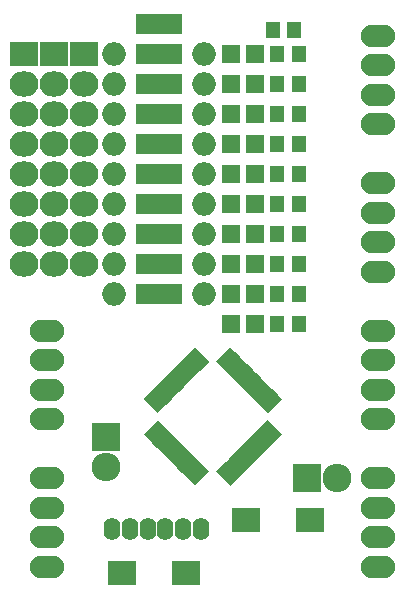
<source format=gbr>
G04 #@! TF.FileFunction,Soldermask,Top*
%FSLAX46Y46*%
G04 Gerber Fmt 4.6, Leading zero omitted, Abs format (unit mm)*
G04 Created by KiCad (PCBNEW 4.0.5) date 03/15/17 13:23:36*
%MOMM*%
%LPD*%
G01*
G04 APERTURE LIST*
%ADD10C,0.100000*%
%ADD11O,2.000000X2.000000*%
%ADD12O,2.900000X1.900000*%
%ADD13R,1.598880X1.598880*%
%ADD14R,1.200000X1.400000*%
%ADD15R,2.400000X2.000000*%
%ADD16O,1.400000X1.924000*%
%ADD17R,2.432000X2.432000*%
%ADD18O,2.432000X2.432000*%
%ADD19R,1.365200X1.670000*%
%ADD20R,2.432000X2.127200*%
%ADD21O,2.432000X2.127200*%
G04 APERTURE END LIST*
D10*
D11*
X16764000Y-4064000D03*
X16764000Y-6604000D03*
X16764000Y-9144000D03*
X16764000Y-11684000D03*
X16764000Y-14224000D03*
X16764000Y-16764000D03*
X16764000Y-19304000D03*
X16764000Y-21844000D03*
X16764000Y-24384000D03*
X9144000Y-24384000D03*
X9144000Y-21844000D03*
X9144000Y-19304000D03*
X9144000Y-16764000D03*
X9144000Y-14224000D03*
X9144000Y-11684000D03*
X9144000Y-9144000D03*
X9144000Y-6604000D03*
X9144000Y-4064000D03*
D12*
X31500000Y-27500000D03*
X31500000Y-30000000D03*
X31500000Y-32500000D03*
X31500000Y-35000000D03*
X3500000Y-47500000D03*
X3500000Y-45000000D03*
X3500000Y-42500000D03*
X3500000Y-40000000D03*
D13*
X21115020Y-24384000D03*
X19016980Y-24384000D03*
X21115020Y-26924000D03*
X19016980Y-26924000D03*
D14*
X22976000Y-24384000D03*
X24776000Y-24384000D03*
X22976000Y-26924000D03*
X24776000Y-26924000D03*
D15*
X9800000Y-48000000D03*
X15200000Y-48000000D03*
D10*
G36*
X19462221Y-40141689D02*
X19002602Y-40601308D01*
X17800521Y-39399227D01*
X18260140Y-38939608D01*
X19462221Y-40141689D01*
X19462221Y-40141689D01*
G37*
G36*
X19815774Y-39788136D02*
X19356155Y-40247755D01*
X18154074Y-39045674D01*
X18613693Y-38586055D01*
X19815774Y-39788136D01*
X19815774Y-39788136D01*
G37*
G36*
X20169328Y-39434582D02*
X19709709Y-39894201D01*
X18507628Y-38692120D01*
X18967247Y-38232501D01*
X20169328Y-39434582D01*
X20169328Y-39434582D01*
G37*
G36*
X20522881Y-39081029D02*
X20063262Y-39540648D01*
X18861181Y-38338567D01*
X19320800Y-37878948D01*
X20522881Y-39081029D01*
X20522881Y-39081029D01*
G37*
G36*
X20876434Y-38727476D02*
X20416815Y-39187095D01*
X19214734Y-37985014D01*
X19674353Y-37525395D01*
X20876434Y-38727476D01*
X20876434Y-38727476D01*
G37*
G36*
X21229988Y-38373922D02*
X20770369Y-38833541D01*
X19568288Y-37631460D01*
X20027907Y-37171841D01*
X21229988Y-38373922D01*
X21229988Y-38373922D01*
G37*
G36*
X21583541Y-38020369D02*
X21123922Y-38479988D01*
X19921841Y-37277907D01*
X20381460Y-36818288D01*
X21583541Y-38020369D01*
X21583541Y-38020369D01*
G37*
G36*
X21937095Y-37666815D02*
X21477476Y-38126434D01*
X20275395Y-36924353D01*
X20735014Y-36464734D01*
X21937095Y-37666815D01*
X21937095Y-37666815D01*
G37*
G36*
X22290648Y-37313262D02*
X21831029Y-37772881D01*
X20628948Y-36570800D01*
X21088567Y-36111181D01*
X22290648Y-37313262D01*
X22290648Y-37313262D01*
G37*
G36*
X22644201Y-36959709D02*
X22184582Y-37419328D01*
X20982501Y-36217247D01*
X21442120Y-35757628D01*
X22644201Y-36959709D01*
X22644201Y-36959709D01*
G37*
G36*
X22997755Y-36606155D02*
X22538136Y-37065774D01*
X21336055Y-35863693D01*
X21795674Y-35404074D01*
X22997755Y-36606155D01*
X22997755Y-36606155D01*
G37*
G36*
X23351308Y-36252602D02*
X22891689Y-36712221D01*
X21689608Y-35510140D01*
X22149227Y-35050521D01*
X23351308Y-36252602D01*
X23351308Y-36252602D01*
G37*
G36*
X22891689Y-32787779D02*
X23351308Y-33247398D01*
X22149227Y-34449479D01*
X21689608Y-33989860D01*
X22891689Y-32787779D01*
X22891689Y-32787779D01*
G37*
G36*
X22538136Y-32434226D02*
X22997755Y-32893845D01*
X21795674Y-34095926D01*
X21336055Y-33636307D01*
X22538136Y-32434226D01*
X22538136Y-32434226D01*
G37*
G36*
X22184582Y-32080672D02*
X22644201Y-32540291D01*
X21442120Y-33742372D01*
X20982501Y-33282753D01*
X22184582Y-32080672D01*
X22184582Y-32080672D01*
G37*
G36*
X21831029Y-31727119D02*
X22290648Y-32186738D01*
X21088567Y-33388819D01*
X20628948Y-32929200D01*
X21831029Y-31727119D01*
X21831029Y-31727119D01*
G37*
G36*
X21477476Y-31373566D02*
X21937095Y-31833185D01*
X20735014Y-33035266D01*
X20275395Y-32575647D01*
X21477476Y-31373566D01*
X21477476Y-31373566D01*
G37*
G36*
X21123922Y-31020012D02*
X21583541Y-31479631D01*
X20381460Y-32681712D01*
X19921841Y-32222093D01*
X21123922Y-31020012D01*
X21123922Y-31020012D01*
G37*
G36*
X20770369Y-30666459D02*
X21229988Y-31126078D01*
X20027907Y-32328159D01*
X19568288Y-31868540D01*
X20770369Y-30666459D01*
X20770369Y-30666459D01*
G37*
G36*
X20416815Y-30312905D02*
X20876434Y-30772524D01*
X19674353Y-31974605D01*
X19214734Y-31514986D01*
X20416815Y-30312905D01*
X20416815Y-30312905D01*
G37*
G36*
X20063262Y-29959352D02*
X20522881Y-30418971D01*
X19320800Y-31621052D01*
X18861181Y-31161433D01*
X20063262Y-29959352D01*
X20063262Y-29959352D01*
G37*
G36*
X19709709Y-29605799D02*
X20169328Y-30065418D01*
X18967247Y-31267499D01*
X18507628Y-30807880D01*
X19709709Y-29605799D01*
X19709709Y-29605799D01*
G37*
G36*
X19356155Y-29252245D02*
X19815774Y-29711864D01*
X18613693Y-30913945D01*
X18154074Y-30454326D01*
X19356155Y-29252245D01*
X19356155Y-29252245D01*
G37*
G36*
X19002602Y-28898692D02*
X19462221Y-29358311D01*
X18260140Y-30560392D01*
X17800521Y-30100773D01*
X19002602Y-28898692D01*
X19002602Y-28898692D01*
G37*
G36*
X17199479Y-30100773D02*
X16739860Y-30560392D01*
X15537779Y-29358311D01*
X15997398Y-28898692D01*
X17199479Y-30100773D01*
X17199479Y-30100773D01*
G37*
G36*
X16845926Y-30454326D02*
X16386307Y-30913945D01*
X15184226Y-29711864D01*
X15643845Y-29252245D01*
X16845926Y-30454326D01*
X16845926Y-30454326D01*
G37*
G36*
X16492372Y-30807880D02*
X16032753Y-31267499D01*
X14830672Y-30065418D01*
X15290291Y-29605799D01*
X16492372Y-30807880D01*
X16492372Y-30807880D01*
G37*
G36*
X16138819Y-31161433D02*
X15679200Y-31621052D01*
X14477119Y-30418971D01*
X14936738Y-29959352D01*
X16138819Y-31161433D01*
X16138819Y-31161433D01*
G37*
G36*
X15785266Y-31514986D02*
X15325647Y-31974605D01*
X14123566Y-30772524D01*
X14583185Y-30312905D01*
X15785266Y-31514986D01*
X15785266Y-31514986D01*
G37*
G36*
X15431712Y-31868540D02*
X14972093Y-32328159D01*
X13770012Y-31126078D01*
X14229631Y-30666459D01*
X15431712Y-31868540D01*
X15431712Y-31868540D01*
G37*
G36*
X15078159Y-32222093D02*
X14618540Y-32681712D01*
X13416459Y-31479631D01*
X13876078Y-31020012D01*
X15078159Y-32222093D01*
X15078159Y-32222093D01*
G37*
G36*
X14724605Y-32575647D02*
X14264986Y-33035266D01*
X13062905Y-31833185D01*
X13522524Y-31373566D01*
X14724605Y-32575647D01*
X14724605Y-32575647D01*
G37*
G36*
X14371052Y-32929200D02*
X13911433Y-33388819D01*
X12709352Y-32186738D01*
X13168971Y-31727119D01*
X14371052Y-32929200D01*
X14371052Y-32929200D01*
G37*
G36*
X14017499Y-33282753D02*
X13557880Y-33742372D01*
X12355799Y-32540291D01*
X12815418Y-32080672D01*
X14017499Y-33282753D01*
X14017499Y-33282753D01*
G37*
G36*
X13663945Y-33636307D02*
X13204326Y-34095926D01*
X12002245Y-32893845D01*
X12461864Y-32434226D01*
X13663945Y-33636307D01*
X13663945Y-33636307D01*
G37*
G36*
X13310392Y-33989860D02*
X12850773Y-34449479D01*
X11648692Y-33247398D01*
X12108311Y-32787779D01*
X13310392Y-33989860D01*
X13310392Y-33989860D01*
G37*
G36*
X12850773Y-35050521D02*
X13310392Y-35510140D01*
X12108311Y-36712221D01*
X11648692Y-36252602D01*
X12850773Y-35050521D01*
X12850773Y-35050521D01*
G37*
G36*
X13204326Y-35404074D02*
X13663945Y-35863693D01*
X12461864Y-37065774D01*
X12002245Y-36606155D01*
X13204326Y-35404074D01*
X13204326Y-35404074D01*
G37*
G36*
X13557880Y-35757628D02*
X14017499Y-36217247D01*
X12815418Y-37419328D01*
X12355799Y-36959709D01*
X13557880Y-35757628D01*
X13557880Y-35757628D01*
G37*
G36*
X13911433Y-36111181D02*
X14371052Y-36570800D01*
X13168971Y-37772881D01*
X12709352Y-37313262D01*
X13911433Y-36111181D01*
X13911433Y-36111181D01*
G37*
G36*
X14264986Y-36464734D02*
X14724605Y-36924353D01*
X13522524Y-38126434D01*
X13062905Y-37666815D01*
X14264986Y-36464734D01*
X14264986Y-36464734D01*
G37*
G36*
X14618540Y-36818288D02*
X15078159Y-37277907D01*
X13876078Y-38479988D01*
X13416459Y-38020369D01*
X14618540Y-36818288D01*
X14618540Y-36818288D01*
G37*
G36*
X14972093Y-37171841D02*
X15431712Y-37631460D01*
X14229631Y-38833541D01*
X13770012Y-38373922D01*
X14972093Y-37171841D01*
X14972093Y-37171841D01*
G37*
G36*
X15325647Y-37525395D02*
X15785266Y-37985014D01*
X14583185Y-39187095D01*
X14123566Y-38727476D01*
X15325647Y-37525395D01*
X15325647Y-37525395D01*
G37*
G36*
X15679200Y-37878948D02*
X16138819Y-38338567D01*
X14936738Y-39540648D01*
X14477119Y-39081029D01*
X15679200Y-37878948D01*
X15679200Y-37878948D01*
G37*
G36*
X16032753Y-38232501D02*
X16492372Y-38692120D01*
X15290291Y-39894201D01*
X14830672Y-39434582D01*
X16032753Y-38232501D01*
X16032753Y-38232501D01*
G37*
G36*
X16386307Y-38586055D02*
X16845926Y-39045674D01*
X15643845Y-40247755D01*
X15184226Y-39788136D01*
X16386307Y-38586055D01*
X16386307Y-38586055D01*
G37*
G36*
X16739860Y-38939608D02*
X17199479Y-39399227D01*
X15997398Y-40601308D01*
X15537779Y-40141689D01*
X16739860Y-38939608D01*
X16739860Y-38939608D01*
G37*
D16*
X16500000Y-44250000D03*
X15000000Y-44250000D03*
X13500000Y-44250000D03*
X12000000Y-44250000D03*
X10500000Y-44250000D03*
X9000000Y-44250000D03*
D17*
X8500000Y-36500000D03*
D18*
X8500000Y-39040000D03*
D19*
X11684000Y-4064000D03*
X12954000Y-4064000D03*
X14224000Y-4064000D03*
X11684000Y-14224000D03*
X12954000Y-14224000D03*
X14224000Y-14224000D03*
X11684000Y-6604000D03*
X12954000Y-6604000D03*
X14224000Y-6604000D03*
X11684000Y-16764000D03*
X12954000Y-16764000D03*
X14224000Y-16764000D03*
X11684000Y-19304000D03*
X12954000Y-19304000D03*
X14224000Y-19304000D03*
X11684000Y-9144000D03*
X12954000Y-9144000D03*
X14224000Y-9144000D03*
X11684000Y-21844000D03*
X12954000Y-21844000D03*
X14224000Y-21844000D03*
X11684000Y-11684000D03*
X12954000Y-11684000D03*
X14224000Y-11684000D03*
X11684000Y-1524000D03*
X12954000Y-1524000D03*
X14224000Y-1524000D03*
D12*
X3500000Y-35000000D03*
X3500000Y-32500000D03*
X3500000Y-30000000D03*
X3500000Y-27500000D03*
D20*
X4064000Y-4064000D03*
D21*
X4064000Y-6604000D03*
X4064000Y-9144000D03*
X4064000Y-11684000D03*
X4064000Y-14224000D03*
X4064000Y-16764000D03*
X4064000Y-19304000D03*
X4064000Y-21844000D03*
D12*
X31500000Y-15000000D03*
X31500000Y-17500000D03*
X31500000Y-20000000D03*
X31500000Y-22500000D03*
X31500000Y-2500000D03*
X31500000Y-5000000D03*
X31500000Y-7500000D03*
X31500000Y-10000000D03*
X31500000Y-40000000D03*
X31500000Y-42500000D03*
X31500000Y-45000000D03*
X31500000Y-47500000D03*
D20*
X6604000Y-4064000D03*
D21*
X6604000Y-6604000D03*
X6604000Y-9144000D03*
X6604000Y-11684000D03*
X6604000Y-14224000D03*
X6604000Y-16764000D03*
X6604000Y-19304000D03*
X6604000Y-21844000D03*
D20*
X1524000Y-4064000D03*
D21*
X1524000Y-6604000D03*
X1524000Y-9144000D03*
X1524000Y-11684000D03*
X1524000Y-14224000D03*
X1524000Y-16764000D03*
X1524000Y-19304000D03*
X1524000Y-21844000D03*
D13*
X21115020Y-4064000D03*
X19016980Y-4064000D03*
X21115020Y-6604000D03*
X19016980Y-6604000D03*
X21115020Y-9144000D03*
X19016980Y-9144000D03*
X21115020Y-11684000D03*
X19016980Y-11684000D03*
X21115020Y-14224000D03*
X19016980Y-14224000D03*
X21115020Y-16764000D03*
X19016980Y-16764000D03*
X21115020Y-19304000D03*
X19016980Y-19304000D03*
X21115020Y-21844000D03*
X19016980Y-21844000D03*
D14*
X24776000Y-4064000D03*
X22976000Y-4064000D03*
X24776000Y-6604000D03*
X22976000Y-6604000D03*
X24776000Y-9144000D03*
X22976000Y-9144000D03*
X24776000Y-11684000D03*
X22976000Y-11684000D03*
X24776000Y-14224000D03*
X22976000Y-14224000D03*
X24776000Y-16764000D03*
X22976000Y-16764000D03*
X24776000Y-19304000D03*
X22976000Y-19304000D03*
X24776000Y-21844000D03*
X22976000Y-21844000D03*
D19*
X11684000Y-24384000D03*
X12954000Y-24384000D03*
X14224000Y-24384000D03*
D14*
X24400000Y-2000000D03*
X22600000Y-2000000D03*
D15*
X25700000Y-43500000D03*
X20300000Y-43500000D03*
D17*
X25500000Y-40000000D03*
D18*
X28040000Y-40000000D03*
M02*

</source>
